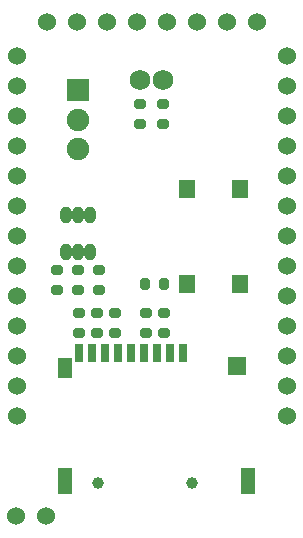
<source format=gts>
G04 #@! TF.GenerationSoftware,KiCad,Pcbnew,8.0.4*
G04 #@! TF.CreationDate,2024-10-10T13:01:36-07:00*
G04 #@! TF.ProjectId,TelemetryComputer,54656c65-6d65-4747-9279-436f6d707574,rev?*
G04 #@! TF.SameCoordinates,Original*
G04 #@! TF.FileFunction,Soldermask,Top*
G04 #@! TF.FilePolarity,Negative*
%FSLAX46Y46*%
G04 Gerber Fmt 4.6, Leading zero omitted, Abs format (unit mm)*
G04 Created by KiCad (PCBNEW 8.0.4) date 2024-10-10 13:01:36*
%MOMM*%
%LPD*%
G01*
G04 APERTURE LIST*
G04 Aperture macros list*
%AMRoundRect*
0 Rectangle with rounded corners*
0 $1 Rounding radius*
0 $2 $3 $4 $5 $6 $7 $8 $9 X,Y pos of 4 corners*
0 Add a 4 corners polygon primitive as box body*
4,1,4,$2,$3,$4,$5,$6,$7,$8,$9,$2,$3,0*
0 Add four circle primitives for the rounded corners*
1,1,$1+$1,$2,$3*
1,1,$1+$1,$4,$5*
1,1,$1+$1,$6,$7*
1,1,$1+$1,$8,$9*
0 Add four rect primitives between the rounded corners*
20,1,$1+$1,$2,$3,$4,$5,0*
20,1,$1+$1,$4,$5,$6,$7,0*
20,1,$1+$1,$6,$7,$8,$9,0*
20,1,$1+$1,$8,$9,$2,$3,0*%
G04 Aperture macros list end*
%ADD10RoundRect,0.200000X0.275000X-0.200000X0.275000X0.200000X-0.275000X0.200000X-0.275000X-0.200000X0*%
%ADD11C,1.524000*%
%ADD12RoundRect,0.200000X-0.275000X0.200000X-0.275000X-0.200000X0.275000X-0.200000X0.275000X0.200000X0*%
%ADD13C,0.990600*%
%ADD14R,0.711200X1.600200*%
%ADD15R,1.193800X2.209800*%
%ADD16R,1.193800X1.800000*%
%ADD17R,1.600200X1.498600*%
%ADD18O,1.004000X1.454000*%
%ADD19R,1.400000X1.600000*%
%ADD20RoundRect,0.200000X-0.200000X-0.275000X0.200000X-0.275000X0.200000X0.275000X-0.200000X0.275000X0*%
%ADD21R,1.900000X1.900000*%
%ADD22C,1.900000*%
%ADD23C,1.750000*%
G04 APERTURE END LIST*
D10*
X138650000Y-95975000D03*
X138650000Y-94325000D03*
D11*
X158105000Y-76200000D03*
X158105000Y-78740000D03*
X158105000Y-81280000D03*
X158105000Y-83820000D03*
X158105000Y-86360000D03*
X158105000Y-88900000D03*
X158105000Y-91440000D03*
X158105000Y-93980000D03*
X158105000Y-96520000D03*
X158105000Y-99060000D03*
X158105000Y-101600000D03*
X158105000Y-104140000D03*
X158105000Y-106680000D03*
D12*
X145650000Y-80275000D03*
X145650000Y-81925000D03*
X143584302Y-97975000D03*
X143584302Y-99625000D03*
D13*
X142099992Y-112366399D03*
X150099992Y-112366399D03*
D14*
X149299993Y-101366398D03*
X148199992Y-101366398D03*
X147099992Y-101366398D03*
X145999991Y-101366398D03*
X144899991Y-101366398D03*
X143799991Y-101366398D03*
X142699990Y-101366398D03*
X141599990Y-101366398D03*
D15*
X139300000Y-112194951D03*
X154800000Y-112194951D03*
D16*
X139303098Y-102567793D03*
D17*
X153900084Y-102417101D03*
D14*
X140499990Y-101366398D03*
D12*
X142042151Y-97975000D03*
X142042151Y-99625000D03*
D10*
X140450000Y-95975000D03*
X140450000Y-94325000D03*
D18*
X141450000Y-89650000D03*
X140450000Y-89650000D03*
X139450000Y-89650000D03*
X139450000Y-92750000D03*
X140450000Y-92750000D03*
X141450000Y-92750000D03*
D12*
X146207847Y-97975000D03*
X146207847Y-99625000D03*
D10*
X147650000Y-81925000D03*
X147650000Y-80275000D03*
D12*
X147750000Y-97975000D03*
X147750000Y-99625000D03*
D10*
X142250000Y-95975000D03*
X142250000Y-94325000D03*
D11*
X137750000Y-115150000D03*
X135210000Y-115130000D03*
D19*
X149650000Y-95450000D03*
X149650000Y-87450000D03*
X154150000Y-95450000D03*
X154150000Y-87450000D03*
D11*
X137785000Y-73300000D03*
X140325000Y-73300000D03*
X142865000Y-73300000D03*
X145405000Y-73300000D03*
X147945000Y-73300000D03*
X150485000Y-73300000D03*
X153025000Y-73300000D03*
X155565000Y-73300000D03*
X135245000Y-76200000D03*
X135245000Y-78740000D03*
X135245000Y-81280000D03*
X135245000Y-83820000D03*
X135245000Y-86360000D03*
X135245000Y-88900000D03*
X135245000Y-91440000D03*
X135245000Y-93980000D03*
X135245000Y-96520000D03*
X135245000Y-99060000D03*
X135245000Y-101600000D03*
X135245000Y-104140000D03*
X135245000Y-106680000D03*
D12*
X140500000Y-97975000D03*
X140500000Y-99625000D03*
D20*
X146100000Y-95450000D03*
X147750000Y-95450000D03*
D21*
X140450000Y-79100000D03*
D22*
X140450000Y-81600000D03*
X140450000Y-84100000D03*
D23*
X145655000Y-78250000D03*
X147655000Y-78250000D03*
M02*

</source>
